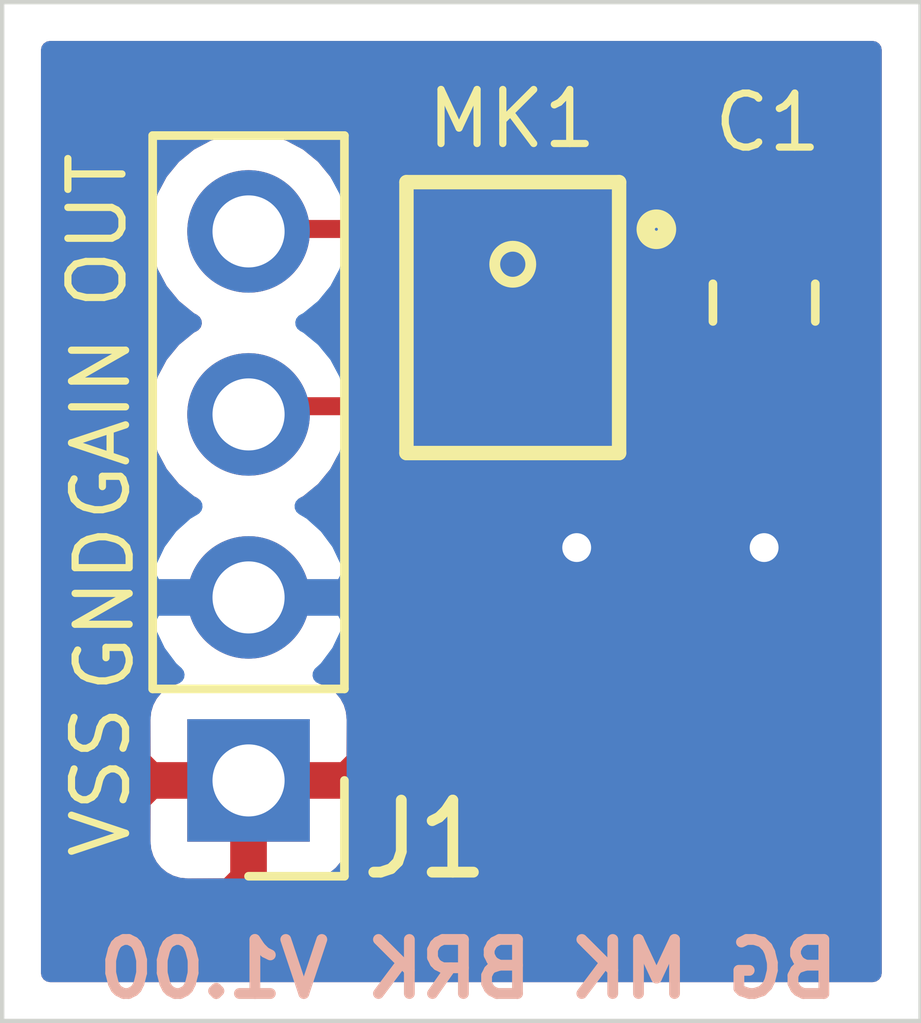
<source format=kicad_pcb>
(kicad_pcb (version 20171130) (host pcbnew "(5.1.2)-1")

  (general
    (thickness 1.6)
    (drawings 9)
    (tracks 15)
    (zones 0)
    (modules 3)
    (nets 5)
  )

  (page A4)
  (layers
    (0 F.Cu signal)
    (31 B.Cu signal hide)
    (32 B.Adhes user hide)
    (33 F.Adhes user hide)
    (34 B.Paste user hide)
    (35 F.Paste user hide)
    (36 B.SilkS user hide)
    (37 F.SilkS user hide)
    (38 B.Mask user hide)
    (39 F.Mask user hide)
    (40 Dwgs.User user hide)
    (41 Cmts.User user hide)
    (42 Eco1.User user hide)
    (43 Eco2.User user hide)
    (44 Edge.Cuts user hide)
    (45 Margin user hide)
    (46 B.CrtYd user hide)
    (47 F.CrtYd user hide)
    (48 B.Fab user hide)
    (49 F.Fab user hide)
  )

  (setup
    (last_trace_width 0.25)
    (trace_clearance 0.2)
    (zone_clearance 0.508)
    (zone_45_only no)
    (trace_min 0.2)
    (via_size 0.8)
    (via_drill 0.4)
    (via_min_size 0.4)
    (via_min_drill 0.3)
    (uvia_size 0.3)
    (uvia_drill 0.1)
    (uvias_allowed no)
    (uvia_min_size 0.2)
    (uvia_min_drill 0.1)
    (edge_width 0.05)
    (segment_width 0.2)
    (pcb_text_width 0.3)
    (pcb_text_size 1.5 1.5)
    (mod_edge_width 0.12)
    (mod_text_size 1 1)
    (mod_text_width 0.15)
    (pad_size 1.524 1.524)
    (pad_drill 0.762)
    (pad_to_mask_clearance 0.051)
    (solder_mask_min_width 0.25)
    (aux_axis_origin 0 0)
    (visible_elements 7FFFFFFF)
    (pcbplotparams
      (layerselection 0x010fc_ffffffff)
      (usegerberextensions false)
      (usegerberattributes false)
      (usegerberadvancedattributes false)
      (creategerberjobfile false)
      (excludeedgelayer true)
      (linewidth 0.100000)
      (plotframeref false)
      (viasonmask false)
      (mode 1)
      (useauxorigin false)
      (hpglpennumber 1)
      (hpglpenspeed 20)
      (hpglpendiameter 15.000000)
      (psnegative false)
      (psa4output false)
      (plotreference true)
      (plotvalue true)
      (plotinvisibletext false)
      (padsonsilk false)
      (subtractmaskfromsilk false)
      (outputformat 1)
      (mirror false)
      (drillshape 1)
      (scaleselection 1)
      (outputdirectory ""))
  )

  (net 0 "")
  (net 1 +3V3)
  (net 2 GND)
  (net 3 GAIN)
  (net 4 OUTPUT)

  (net_class Default "This is the default net class."
    (clearance 0.2)
    (trace_width 0.25)
    (via_dia 0.8)
    (via_drill 0.4)
    (uvia_dia 0.3)
    (uvia_drill 0.1)
    (add_net +3V3)
    (add_net GAIN)
    (add_net GND)
    (add_net OUTPUT)
  )

  (module Sensor_Audio:SPU0414HR5H-SB (layer F.Cu) (tedit 5C268BF0) (tstamp 5D351B2D)
    (at 168.3131 90.2081)
    (descr SPU0414HR5H-SB)
    (tags Microphone)
    (path /5D34C3C7)
    (attr smd)
    (fp_text reference MK1 (at -0.0131 -2.7581) (layer F.SilkS)
      (effects (font (size 0.75 0.75) (thickness 0.1)))
    )
    (fp_text value SPU0414HR5H-SB (at -0.1016 -3.048) (layer F.SilkS) hide
      (effects (font (size 1.27 1.27) (thickness 0.254)))
    )
    (fp_circle (center 0 -0.7406) (end 0.25 -0.7406) (layer F.SilkS) (width 0.15))
    (fp_circle (center 1.992 -1.226) (end 1.971 -1.226) (layer F.SilkS) (width 0.254))
    (fp_line (start 1.475 1.88) (end -1.475 1.88) (layer F.SilkS) (width 0.2))
    (fp_line (start 1.475 -1.88) (end 1.475 1.88) (layer F.SilkS) (width 0.2))
    (fp_line (start -1.475 -1.88) (end 1.475 -1.88) (layer F.SilkS) (width 0.2))
    (fp_line (start -1.475 1.88) (end -1.475 -1.88) (layer F.SilkS) (width 0.2))
    (fp_line (start -1.475 1.88) (end -1.475 -1.88) (layer F.CrtYd) (width 0.05))
    (fp_line (start 1.475 1.88) (end -1.475 1.88) (layer F.CrtYd) (width 0.05))
    (fp_line (start 1.475 -1.88) (end 1.475 1.88) (layer F.CrtYd) (width 0.05))
    (fp_line (start -1.475 -1.88) (end 1.475 -1.88) (layer F.CrtYd) (width 0.05))
    (pad 4 smd circle (at -0.85 -1.23 90) (size 0.8 0.8) (layers F.Cu F.Paste F.Mask)
      (net 4 OUTPUT))
    (pad 3 smd circle (at -0.85 1.23 90) (size 0.8 0.8) (layers F.Cu F.Paste F.Mask)
      (net 3 GAIN))
    (pad 2 smd circle (at 0.85 1.23 90) (size 0.8 0.8) (layers F.Cu F.Paste F.Mask)
      (net 2 GND))
    (pad 1 smd circle (at 0.85 -1.23 90) (size 0.8 0.8) (layers F.Cu F.Paste F.Mask)
      (net 1 +3V3))
  )

  (module Connector_PinHeader_2.54mm:PinHeader_1x04_P2.54mm_Vertical (layer F.Cu) (tedit 59FED5CC) (tstamp 5D3518D5)
    (at 164.64788 96.63176 180)
    (descr "Through hole straight pin header, 1x04, 2.54mm pitch, single row")
    (tags "Through hole pin header THT 1x04 2.54mm single row")
    (path /5D35296B)
    (fp_text reference J1 (at -2.45212 -0.81824) (layer F.SilkS)
      (effects (font (size 1 1) (thickness 0.15)))
    )
    (fp_text value Conn_01x04 (at -7.1024 6.63176) (layer F.Fab) hide
      (effects (font (size 1 1) (thickness 0.15)))
    )
    (fp_text user %R (at 0 3.81 90) (layer F.Fab)
      (effects (font (size 1 1) (thickness 0.15)))
    )
    (fp_line (start 1.8 -1.8) (end -1.8 -1.8) (layer F.CrtYd) (width 0.05))
    (fp_line (start 1.8 9.4) (end 1.8 -1.8) (layer F.CrtYd) (width 0.05))
    (fp_line (start -1.8 9.4) (end 1.8 9.4) (layer F.CrtYd) (width 0.05))
    (fp_line (start -1.8 -1.8) (end -1.8 9.4) (layer F.CrtYd) (width 0.05))
    (fp_line (start -1.33 -1.33) (end 0 -1.33) (layer F.SilkS) (width 0.12))
    (fp_line (start -1.33 0) (end -1.33 -1.33) (layer F.SilkS) (width 0.12))
    (fp_line (start -1.33 1.27) (end 1.33 1.27) (layer F.SilkS) (width 0.12))
    (fp_line (start 1.33 1.27) (end 1.33 8.95) (layer F.SilkS) (width 0.12))
    (fp_line (start -1.33 1.27) (end -1.33 8.95) (layer F.SilkS) (width 0.12))
    (fp_line (start -1.33 8.95) (end 1.33 8.95) (layer F.SilkS) (width 0.12))
    (fp_line (start -1.27 -0.635) (end -0.635 -1.27) (layer F.Fab) (width 0.1))
    (fp_line (start -1.27 8.89) (end -1.27 -0.635) (layer F.Fab) (width 0.1))
    (fp_line (start 1.27 8.89) (end -1.27 8.89) (layer F.Fab) (width 0.1))
    (fp_line (start 1.27 -1.27) (end 1.27 8.89) (layer F.Fab) (width 0.1))
    (fp_line (start -0.635 -1.27) (end 1.27 -1.27) (layer F.Fab) (width 0.1))
    (pad 4 thru_hole oval (at 0 7.62 180) (size 1.7 1.7) (drill 1) (layers *.Cu *.Mask)
      (net 4 OUTPUT))
    (pad 3 thru_hole oval (at 0 5.08 180) (size 1.7 1.7) (drill 1) (layers *.Cu *.Mask)
      (net 3 GAIN))
    (pad 2 thru_hole oval (at 0 2.54 180) (size 1.7 1.7) (drill 1) (layers *.Cu *.Mask)
      (net 2 GND))
    (pad 1 thru_hole rect (at 0 0 180) (size 1.7 1.7) (drill 1) (layers *.Cu *.Mask)
      (net 1 +3V3))
    (model ${KISYS3DMOD}/Connector_PinHeader_2.54mm.3dshapes/PinHeader_1x04_P2.54mm_Vertical.wrl
      (offset (xyz 0 0 -1.6))
      (scale (xyz 1 1 1))
      (rotate (xyz 0 180 0))
    )
  )

  (module Capacitor_SMD:C_0805_2012Metric_Pad1.15x1.40mm_HandSolder (layer F.Cu) (tedit 5B36C52B) (tstamp 5D3512E7)
    (at 171.8 90 270)
    (descr "Capacitor SMD 0805 (2012 Metric), square (rectangular) end terminal, IPC_7351 nominal with elongated pad for handsoldering. (Body size source: https://docs.google.com/spreadsheets/d/1BsfQQcO9C6DZCsRaXUlFlo91Tg2WpOkGARC1WS5S8t0/edit?usp=sharing), generated with kicad-footprint-generator")
    (tags "capacitor handsolder")
    (path /5D361DC6)
    (attr smd)
    (fp_text reference C1 (at -2.5 -0.05) (layer F.SilkS)
      (effects (font (size 0.75 0.75) (thickness 0.1)))
    )
    (fp_text value 10uF (at 2.55 -0.05) (layer F.Fab)
      (effects (font (size 0.75 0.75) (thickness 0.1)))
    )
    (fp_text user %R (at 0.53086 -2.6543 90) (layer F.Fab) hide
      (effects (font (size 0.5 0.5) (thickness 0.08)))
    )
    (fp_line (start 1.85 0.95) (end -1.85 0.95) (layer F.CrtYd) (width 0.05))
    (fp_line (start 1.85 -0.95) (end 1.85 0.95) (layer F.CrtYd) (width 0.05))
    (fp_line (start -1.85 -0.95) (end 1.85 -0.95) (layer F.CrtYd) (width 0.05))
    (fp_line (start -1.85 0.95) (end -1.85 -0.95) (layer F.CrtYd) (width 0.05))
    (fp_line (start -0.261252 0.71) (end 0.261252 0.71) (layer F.SilkS) (width 0.12))
    (fp_line (start -0.261252 -0.71) (end 0.261252 -0.71) (layer F.SilkS) (width 0.12))
    (fp_line (start 1 0.6) (end -1 0.6) (layer F.Fab) (width 0.1))
    (fp_line (start 1 -0.6) (end 1 0.6) (layer F.Fab) (width 0.1))
    (fp_line (start -1 -0.6) (end 1 -0.6) (layer F.Fab) (width 0.1))
    (fp_line (start -1 0.6) (end -1 -0.6) (layer F.Fab) (width 0.1))
    (pad 2 smd roundrect (at 1.025 0 270) (size 1.15 1.4) (layers F.Cu F.Paste F.Mask) (roundrect_rratio 0.217391)
      (net 2 GND))
    (pad 1 smd roundrect (at -1.025 0 270) (size 1.15 1.4) (layers F.Cu F.Paste F.Mask) (roundrect_rratio 0.217391)
      (net 1 +3V3))
    (model ${KISYS3DMOD}/Capacitor_SMD.3dshapes/C_0805_2012Metric.wrl
      (at (xyz 0 0 0))
      (scale (xyz 1 1 1))
      (rotate (xyz 0 0 0))
    )
  )

  (gr_text "BG MK BRK V1.00" (at 167.7 99.25) (layer B.SilkS) (tstamp 5D352203)
    (effects (font (size 0.75 0.75) (thickness 0.15)) (justify mirror))
  )
  (gr_text OUT (at 162.55 89 90) (layer F.SilkS) (tstamp 5D351E1C)
    (effects (font (size 0.75 0.75) (thickness 0.1)))
  )
  (gr_text GAIN (at 162.6 91.75 90) (layer F.SilkS) (tstamp 5D35227B)
    (effects (font (size 0.75 0.75) (thickness 0.1)))
  )
  (gr_text "GND\n" (at 162.65 94.25 90) (layer F.SilkS) (tstamp 5D351E10)
    (effects (font (size 0.75 0.75) (thickness 0.1)))
  )
  (gr_text VSS (at 162.6 96.65 90) (layer F.SilkS)
    (effects (font (size 0.75 0.75) (thickness 0.1)))
  )
  (gr_line (start 161.2 100) (end 161.2 85.8) (layer Edge.Cuts) (width 0.12))
  (gr_line (start 174 100) (end 161.2 100) (layer Edge.Cuts) (width 0.12))
  (gr_line (start 174 85.8) (end 174 100) (layer Edge.Cuts) (width 0.12))
  (gr_line (start 161.2 85.8) (end 174 85.8) (layer Edge.Cuts) (width 0.12))

  (via (at 164.64788 94.09176) (size 0.8) (drill 0.4) (layers F.Cu B.Cu) (net 2))
  (segment (start 171.3869 91.4381) (end 171.8 91.025) (width 0.25) (layer F.Cu) (net 2))
  (segment (start 169.1631 91.4381) (end 171.3869 91.4381) (width 0.25) (layer F.Cu) (net 2))
  (segment (start 171.8 91.025) (end 171.8 91.7) (width 0.25) (layer F.Cu) (net 2))
  (via (at 171.8 93.4) (size 0.8) (drill 0.4) (layers F.Cu B.Cu) (net 2))
  (segment (start 171.8 91.7) (end 171.8 93.4) (width 0.25) (layer F.Cu) (net 2))
  (via (at 169.2 93.4) (size 0.8) (drill 0.4) (layers F.Cu B.Cu) (net 2))
  (segment (start 168.50824 94.09176) (end 164.64788 94.09176) (width 0.25) (layer B.Cu) (net 2))
  (segment (start 169.2 93.4) (end 168.50824 94.09176) (width 0.25) (layer B.Cu) (net 2))
  (segment (start 169.1631 93.3631) (end 169.1631 91.4381) (width 0.25) (layer F.Cu) (net 2))
  (segment (start 169.2 93.4) (end 169.1631 93.3631) (width 0.25) (layer F.Cu) (net 2))
  (segment (start 164.76154 91.4381) (end 164.64788 91.55176) (width 0.25) (layer F.Cu) (net 3))
  (segment (start 167.4631 91.4381) (end 164.76154 91.4381) (width 0.25) (layer F.Cu) (net 3))
  (segment (start 164.68154 88.9781) (end 164.64788 89.01176) (width 0.25) (layer F.Cu) (net 4))
  (segment (start 167.4631 88.9781) (end 164.68154 88.9781) (width 0.25) (layer F.Cu) (net 4))

  (zone (net 2) (net_name GND) (layer B.Cu) (tstamp 0) (hatch edge 0.508)
    (connect_pads (clearance 0.508))
    (min_thickness 0.254)
    (fill yes (arc_segments 32) (thermal_gap 0.508) (thermal_bridge_width 0.508))
    (polygon
      (pts
        (xy 161.2 85.8) (xy 174 85.8) (xy 174 100) (xy 161.2 100)
      )
    )
    (filled_polygon
      (pts
        (xy 173.305001 99.305) (xy 161.895 99.305) (xy 161.895 95.78176) (xy 163.159808 95.78176) (xy 163.159808 97.48176)
        (xy 163.172068 97.606242) (xy 163.208378 97.72594) (xy 163.267343 97.836254) (xy 163.346695 97.932945) (xy 163.443386 98.012297)
        (xy 163.5537 98.071262) (xy 163.673398 98.107572) (xy 163.79788 98.119832) (xy 165.49788 98.119832) (xy 165.622362 98.107572)
        (xy 165.74206 98.071262) (xy 165.852374 98.012297) (xy 165.949065 97.932945) (xy 166.028417 97.836254) (xy 166.087382 97.72594)
        (xy 166.123692 97.606242) (xy 166.135952 97.48176) (xy 166.135952 95.78176) (xy 166.123692 95.657278) (xy 166.087382 95.53758)
        (xy 166.028417 95.427266) (xy 165.949065 95.330575) (xy 165.852374 95.251223) (xy 165.74206 95.192258) (xy 165.661414 95.167794)
        (xy 165.745468 95.092029) (xy 165.919521 94.85868) (xy 166.044705 94.595859) (xy 166.089356 94.44865) (xy 165.968035 94.21876)
        (xy 164.77488 94.21876) (xy 164.77488 94.23876) (xy 164.52088 94.23876) (xy 164.52088 94.21876) (xy 163.327725 94.21876)
        (xy 163.206404 94.44865) (xy 163.251055 94.595859) (xy 163.376239 94.85868) (xy 163.550292 95.092029) (xy 163.634346 95.167794)
        (xy 163.5537 95.192258) (xy 163.443386 95.251223) (xy 163.346695 95.330575) (xy 163.267343 95.427266) (xy 163.208378 95.53758)
        (xy 163.172068 95.657278) (xy 163.159808 95.78176) (xy 161.895 95.78176) (xy 161.895 89.01176) (xy 163.155695 89.01176)
        (xy 163.184367 89.302871) (xy 163.269281 89.582794) (xy 163.407174 89.840774) (xy 163.592746 90.066894) (xy 163.818866 90.252466)
        (xy 163.873671 90.28176) (xy 163.818866 90.311054) (xy 163.592746 90.496626) (xy 163.407174 90.722746) (xy 163.269281 90.980726)
        (xy 163.184367 91.260649) (xy 163.155695 91.55176) (xy 163.184367 91.842871) (xy 163.269281 92.122794) (xy 163.407174 92.380774)
        (xy 163.592746 92.606894) (xy 163.818866 92.792466) (xy 163.883403 92.826961) (xy 163.766525 92.896582) (xy 163.550292 93.091491)
        (xy 163.376239 93.32484) (xy 163.251055 93.587661) (xy 163.206404 93.73487) (xy 163.327725 93.96476) (xy 164.52088 93.96476)
        (xy 164.52088 93.94476) (xy 164.77488 93.94476) (xy 164.77488 93.96476) (xy 165.968035 93.96476) (xy 166.089356 93.73487)
        (xy 166.044705 93.587661) (xy 165.919521 93.32484) (xy 165.745468 93.091491) (xy 165.529235 92.896582) (xy 165.412357 92.826961)
        (xy 165.476894 92.792466) (xy 165.703014 92.606894) (xy 165.888586 92.380774) (xy 166.026479 92.122794) (xy 166.111393 91.842871)
        (xy 166.140065 91.55176) (xy 166.111393 91.260649) (xy 166.026479 90.980726) (xy 165.888586 90.722746) (xy 165.703014 90.496626)
        (xy 165.476894 90.311054) (xy 165.422089 90.28176) (xy 165.476894 90.252466) (xy 165.703014 90.066894) (xy 165.888586 89.840774)
        (xy 166.026479 89.582794) (xy 166.111393 89.302871) (xy 166.140065 89.01176) (xy 166.111393 88.720649) (xy 166.026479 88.440726)
        (xy 165.888586 88.182746) (xy 165.703014 87.956626) (xy 165.476894 87.771054) (xy 165.218914 87.633161) (xy 164.938991 87.548247)
        (xy 164.72083 87.52676) (xy 164.57493 87.52676) (xy 164.356769 87.548247) (xy 164.076846 87.633161) (xy 163.818866 87.771054)
        (xy 163.592746 87.956626) (xy 163.407174 88.182746) (xy 163.269281 88.440726) (xy 163.184367 88.720649) (xy 163.155695 89.01176)
        (xy 161.895 89.01176) (xy 161.895 86.495) (xy 173.305 86.495)
      )
    )
  )
  (zone (net 1) (net_name +3V3) (layer F.Cu) (tstamp 5D352372) (hatch edge 0.508)
    (connect_pads (clearance 0.508))
    (min_thickness 0.254)
    (fill yes (arc_segments 32) (thermal_gap 0.508) (thermal_bridge_width 0.508))
    (polygon
      (pts
        (xy 174 100) (xy 161.2 100) (xy 161.2 85.8) (xy 174 85.8)
      )
    )
    (polygon
      (pts
        (xy 168.05 89.8) (xy 166.75 90) (xy 165.8 89.55) (xy 165.65 90.175) (xy 166.25 90.625)
        (xy 166.75 90.6) (xy 167.5125 90.225) (xy 168.7 90.7) (xy 168.25 90.2)
      )
    )
    (filled_polygon
      (pts
        (xy 173.305001 99.305) (xy 161.895 99.305) (xy 161.895 97.48176) (xy 163.159808 97.48176) (xy 163.172068 97.606242)
        (xy 163.208378 97.72594) (xy 163.267343 97.836254) (xy 163.346695 97.932945) (xy 163.443386 98.012297) (xy 163.5537 98.071262)
        (xy 163.673398 98.107572) (xy 163.79788 98.119832) (xy 164.36213 98.11676) (xy 164.52088 97.95801) (xy 164.52088 96.75876)
        (xy 164.77488 96.75876) (xy 164.77488 97.95801) (xy 164.93363 98.11676) (xy 165.49788 98.119832) (xy 165.622362 98.107572)
        (xy 165.74206 98.071262) (xy 165.852374 98.012297) (xy 165.949065 97.932945) (xy 166.028417 97.836254) (xy 166.087382 97.72594)
        (xy 166.123692 97.606242) (xy 166.135952 97.48176) (xy 166.13288 96.91751) (xy 165.97413 96.75876) (xy 164.77488 96.75876)
        (xy 164.52088 96.75876) (xy 163.32163 96.75876) (xy 163.16288 96.91751) (xy 163.159808 97.48176) (xy 161.895 97.48176)
        (xy 161.895 89.01176) (xy 163.155695 89.01176) (xy 163.184367 89.302871) (xy 163.269281 89.582794) (xy 163.407174 89.840774)
        (xy 163.592746 90.066894) (xy 163.818866 90.252466) (xy 163.873671 90.28176) (xy 163.818866 90.311054) (xy 163.592746 90.496626)
        (xy 163.407174 90.722746) (xy 163.269281 90.980726) (xy 163.184367 91.260649) (xy 163.155695 91.55176) (xy 163.184367 91.842871)
        (xy 163.269281 92.122794) (xy 163.407174 92.380774) (xy 163.592746 92.606894) (xy 163.818866 92.792466) (xy 163.873671 92.82176)
        (xy 163.818866 92.851054) (xy 163.592746 93.036626) (xy 163.407174 93.262746) (xy 163.269281 93.520726) (xy 163.184367 93.800649)
        (xy 163.155695 94.09176) (xy 163.184367 94.382871) (xy 163.269281 94.662794) (xy 163.407174 94.920774) (xy 163.592746 95.146894)
        (xy 163.622567 95.171367) (xy 163.5537 95.192258) (xy 163.443386 95.251223) (xy 163.346695 95.330575) (xy 163.267343 95.427266)
        (xy 163.208378 95.53758) (xy 163.172068 95.657278) (xy 163.159808 95.78176) (xy 163.16288 96.34601) (xy 163.32163 96.50476)
        (xy 164.52088 96.50476) (xy 164.52088 96.48476) (xy 164.77488 96.48476) (xy 164.77488 96.50476) (xy 165.97413 96.50476)
        (xy 166.13288 96.34601) (xy 166.135952 95.78176) (xy 166.123692 95.657278) (xy 166.087382 95.53758) (xy 166.028417 95.427266)
        (xy 165.949065 95.330575) (xy 165.852374 95.251223) (xy 165.74206 95.192258) (xy 165.673193 95.171367) (xy 165.703014 95.146894)
        (xy 165.888586 94.920774) (xy 166.026479 94.662794) (xy 166.111393 94.382871) (xy 166.140065 94.09176) (xy 166.111393 93.800649)
        (xy 166.026479 93.520726) (xy 165.888586 93.262746) (xy 165.703014 93.036626) (xy 165.476894 92.851054) (xy 165.422089 92.82176)
        (xy 165.476894 92.792466) (xy 165.703014 92.606894) (xy 165.888586 92.380774) (xy 165.986227 92.1981) (xy 166.759389 92.1981)
        (xy 166.803326 92.242037) (xy 166.972844 92.355305) (xy 167.161202 92.433326) (xy 167.361161 92.4731) (xy 167.565039 92.4731)
        (xy 167.764998 92.433326) (xy 167.953356 92.355305) (xy 168.122874 92.242037) (xy 168.267037 92.097874) (xy 168.3131 92.028936)
        (xy 168.359163 92.097874) (xy 168.403101 92.141812) (xy 168.4031 92.733189) (xy 168.396063 92.740226) (xy 168.282795 92.909744)
        (xy 168.204774 93.098102) (xy 168.165 93.298061) (xy 168.165 93.501939) (xy 168.204774 93.701898) (xy 168.282795 93.890256)
        (xy 168.396063 94.059774) (xy 168.540226 94.203937) (xy 168.709744 94.317205) (xy 168.898102 94.395226) (xy 169.098061 94.435)
        (xy 169.301939 94.435) (xy 169.501898 94.395226) (xy 169.690256 94.317205) (xy 169.859774 94.203937) (xy 170.003937 94.059774)
        (xy 170.117205 93.890256) (xy 170.195226 93.701898) (xy 170.235 93.501939) (xy 170.235 93.298061) (xy 170.195226 93.098102)
        (xy 170.117205 92.909744) (xy 170.003937 92.740226) (xy 169.9231 92.659389) (xy 169.9231 92.1981) (xy 171.04 92.1981)
        (xy 171.040001 92.696288) (xy 170.996063 92.740226) (xy 170.882795 92.909744) (xy 170.804774 93.098102) (xy 170.765 93.298061)
        (xy 170.765 93.501939) (xy 170.804774 93.701898) (xy 170.882795 93.890256) (xy 170.996063 94.059774) (xy 171.140226 94.203937)
        (xy 171.309744 94.317205) (xy 171.498102 94.395226) (xy 171.698061 94.435) (xy 171.901939 94.435) (xy 172.101898 94.395226)
        (xy 172.290256 94.317205) (xy 172.459774 94.203937) (xy 172.603937 94.059774) (xy 172.717205 93.890256) (xy 172.795226 93.701898)
        (xy 172.835 93.501939) (xy 172.835 93.298061) (xy 172.795226 93.098102) (xy 172.717205 92.909744) (xy 172.603937 92.740226)
        (xy 172.56 92.696289) (xy 172.56 92.179527) (xy 172.589851 92.170472) (xy 172.743387 92.088405) (xy 172.877962 91.977962)
        (xy 172.988405 91.843387) (xy 173.070472 91.689851) (xy 173.121008 91.523255) (xy 173.138072 91.350001) (xy 173.138072 90.699999)
        (xy 173.121008 90.526745) (xy 173.070472 90.360149) (xy 172.988405 90.206613) (xy 172.877962 90.072038) (xy 172.871406 90.066658)
        (xy 172.951185 90.001185) (xy 173.030537 89.904494) (xy 173.089502 89.79418) (xy 173.125812 89.674482) (xy 173.138072 89.55)
        (xy 173.135 89.26075) (xy 172.97625 89.102) (xy 171.927 89.102) (xy 171.927 89.122) (xy 171.673 89.122)
        (xy 171.673 89.102) (xy 170.62375 89.102) (xy 170.465 89.26075) (xy 170.461928 89.55) (xy 170.474188 89.674482)
        (xy 170.510498 89.79418) (xy 170.569463 89.904494) (xy 170.648815 90.001185) (xy 170.728594 90.066658) (xy 170.722038 90.072038)
        (xy 170.611595 90.206613) (xy 170.529528 90.360149) (xy 170.478992 90.526745) (xy 170.464085 90.6781) (xy 169.866811 90.6781)
        (xy 169.822874 90.634163) (xy 169.653356 90.520895) (xy 169.464998 90.442874) (xy 169.265039 90.4031) (xy 169.061161 90.4031)
        (xy 168.861202 90.442874) (xy 168.699667 90.509784) (xy 168.355901 90.127822) (xy 168.163592 89.743204) (xy 168.162864 89.742047)
        (xy 168.22037 89.684541) (xy 168.636264 89.684541) (xy 168.659119 89.887836) (xy 168.846284 89.968677) (xy 169.045623 90.011451)
        (xy 169.249477 90.014513) (xy 169.450012 89.977747) (xy 169.63952 89.902566) (xy 169.667081 89.887836) (xy 169.689936 89.684541)
        (xy 169.1631 89.157705) (xy 168.636264 89.684541) (xy 168.22037 89.684541) (xy 168.267037 89.637874) (xy 168.362906 89.494396)
        (xy 168.456659 89.504936) (xy 168.983495 88.9781) (xy 169.342705 88.9781) (xy 169.869541 89.504936) (xy 170.072836 89.482081)
        (xy 170.153677 89.294916) (xy 170.196451 89.095577) (xy 170.199513 88.891723) (xy 170.162747 88.691188) (xy 170.087566 88.50168)
        (xy 170.072836 88.474119) (xy 169.869541 88.451264) (xy 169.342705 88.9781) (xy 168.983495 88.9781) (xy 168.456659 88.451264)
        (xy 168.362906 88.461804) (xy 168.267037 88.318326) (xy 168.22037 88.271659) (xy 168.636264 88.271659) (xy 169.1631 88.798495)
        (xy 169.561595 88.4) (xy 170.461928 88.4) (xy 170.465 88.68925) (xy 170.62375 88.848) (xy 171.673 88.848)
        (xy 171.673 87.92375) (xy 171.927 87.92375) (xy 171.927 88.848) (xy 172.97625 88.848) (xy 173.135 88.68925)
        (xy 173.138072 88.4) (xy 173.125812 88.275518) (xy 173.089502 88.15582) (xy 173.030537 88.045506) (xy 172.951185 87.948815)
        (xy 172.854494 87.869463) (xy 172.74418 87.810498) (xy 172.624482 87.774188) (xy 172.5 87.761928) (xy 172.08575 87.765)
        (xy 171.927 87.92375) (xy 171.673 87.92375) (xy 171.51425 87.765) (xy 171.1 87.761928) (xy 170.975518 87.774188)
        (xy 170.85582 87.810498) (xy 170.745506 87.869463) (xy 170.648815 87.948815) (xy 170.569463 88.045506) (xy 170.510498 88.15582)
        (xy 170.474188 88.275518) (xy 170.461928 88.4) (xy 169.561595 88.4) (xy 169.689936 88.271659) (xy 169.667081 88.068364)
        (xy 169.479916 87.987523) (xy 169.280577 87.944749) (xy 169.076723 87.941687) (xy 168.876188 87.978453) (xy 168.68668 88.053634)
        (xy 168.659119 88.068364) (xy 168.636264 88.271659) (xy 168.22037 88.271659) (xy 168.122874 88.174163) (xy 167.953356 88.060895)
        (xy 167.764998 87.982874) (xy 167.565039 87.9431) (xy 167.361161 87.9431) (xy 167.161202 87.982874) (xy 166.972844 88.060895)
        (xy 166.803326 88.174163) (xy 166.759389 88.2181) (xy 165.907483 88.2181) (xy 165.888586 88.182746) (xy 165.703014 87.956626)
        (xy 165.476894 87.771054) (xy 165.218914 87.633161) (xy 164.938991 87.548247) (xy 164.72083 87.52676) (xy 164.57493 87.52676)
        (xy 164.356769 87.548247) (xy 164.076846 87.633161) (xy 163.818866 87.771054) (xy 163.592746 87.956626) (xy 163.407174 88.182746)
        (xy 163.269281 88.440726) (xy 163.184367 88.720649) (xy 163.155695 89.01176) (xy 161.895 89.01176) (xy 161.895 86.495)
        (xy 173.305 86.495)
      )
    )
  )
)

</source>
